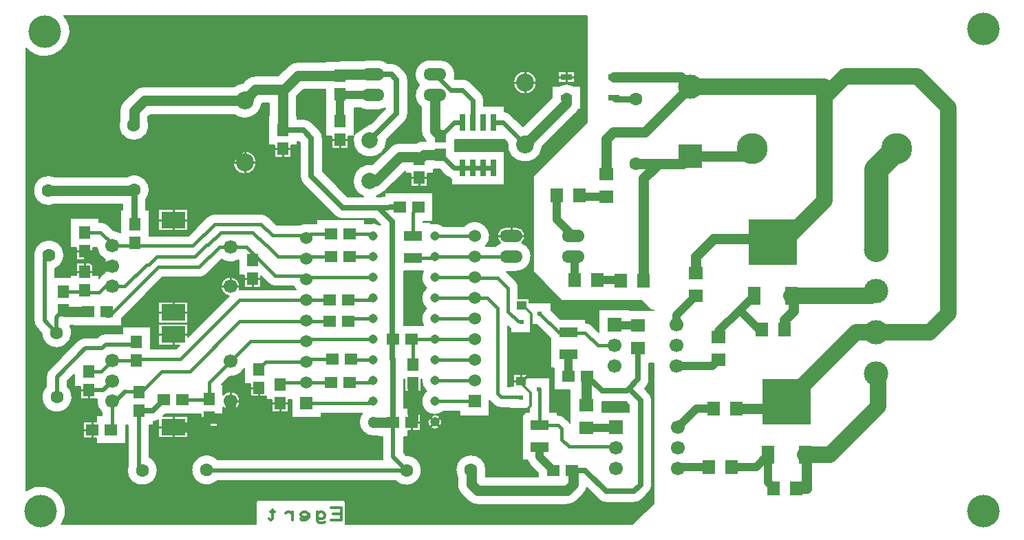
<source format=gbr>
%FSLAX35Y35*%
%MOIN*%
G04 EasyPC Gerber Version 18.0.8 Build 3632 *
%ADD104R,0.02500X0.08000*%
%ADD91R,0.05500X0.06000*%
%ADD97R,0.05900X0.09100*%
%ADD87R,0.06300X0.07090*%
%ADD108R,0.06000X0.06000*%
%ADD95R,0.06693X0.06693*%
%ADD100R,0.11811X0.11811*%
%ADD77C,0.00500*%
%ADD82C,0.01000*%
%ADD84C,0.01181*%
%ADD115C,0.01500*%
%ADD112C,0.01969*%
%ADD119C,0.02362*%
%ADD113C,0.02500*%
%ADD114C,0.03150*%
%ADD116C,0.03937*%
%ADD90C,0.04500*%
%ADD111C,0.05000*%
%ADD109C,0.06000*%
%ADD110C,0.06299*%
%ADD107C,0.06693*%
%ADD96C,0.06693*%
%ADD117C,0.07874*%
%ADD105C,0.07874*%
%ADD103C,0.08661*%
%ADD118C,0.11811*%
%ADD101C,0.11811*%
%ADD89C,0.11811*%
%ADD99C,0.15000*%
%ADD83C,0.15748*%
%ADD85O,0.11000X0.06000*%
%ADD92R,0.02362X0.02362*%
%ADD102R,0.05400X0.02900*%
%ADD93R,0.04800X0.04000*%
%ADD94R,0.08700X0.04600*%
%ADD86R,0.06000X0.05500*%
%ADD88R,0.07090X0.06300*%
%ADD106R,0.11811X0.07874*%
%ADD98R,0.23200X0.22200*%
X0Y0D02*
D02*
D77*
X163896Y191623D02*
G75*
G02X171950Y196946I7630J-2790D01*
G01*
X179081Y204077*
Y204434*
G75*
G02X175600Y203535I-3480J6288*
G01*
X170600*
G75*
G02X166891Y204567J7187*
G01*
X163896*
Y191623*
G36*
G75*
G02X171950Y196946I7630J-2790*
G01*
X179081Y204077*
Y204434*
G75*
G02X175600Y203535I-3480J6288*
G01*
X170600*
G75*
G02X166891Y204567J7187*
G01*
X163896*
Y191623*
G37*
X187986Y99313D02*
X197360D01*
G75*
G02X198968Y107376I5661J3063*
G01*
G75*
G02Y117376I4054J5000*
G01*
G75*
G02X197377Y125470I4054J5000*
G01*
X187986*
Y99313*
G36*
X197360*
G75*
G02X198968Y107376I5661J3063*
G01*
G75*
G02Y117376I4054J5000*
G01*
G75*
G02X197377Y125470I4054J5000*
G01*
X187986*
Y99313*
G37*
X238431Y98735D02*
Y69455D01*
X239415*
Y69728*
X241136*
Y75610*
X248435*
Y73728*
X258852*
Y62992*
X258746*
Y57313*
X262344*
Y55763*
X262682*
G75*
G02X266173Y54317J-4937*
G01*
X267930Y52560*
G75*
G02X268518Y51851I-3490J-3491*
G01*
Y67722*
X260626*
Y78620*
X259053*
Y92818*
X252265Y99606*
X250545*
Y95606*
X239809*
Y97341*
G75*
G02X239755Y97395I3580J3634*
G01*
X238431Y98735*
G36*
Y69455*
X239415*
Y69728*
X241136*
Y75610*
X248435*
Y73728*
X258852*
Y62992*
X258746*
Y57313*
X262344*
Y55763*
X262682*
G75*
G02X266173Y54317J-4937*
G01*
X267930Y52560*
G75*
G02X268518Y51851I-3490J-3491*
G01*
Y67722*
X260626*
Y78620*
X259053*
Y92818*
X252265Y99606*
X250545*
Y95606*
X239809*
Y97341*
G75*
G02X239755Y97395I3580J3634*
G01*
X238431Y98735*
G37*
X276644Y249325D02*
X23298D01*
G75*
G02X5128Y233468I-9253J-7736*
G01*
Y19163*
G75*
G02X22201Y2750I6949J-9858*
G01*
X116537*
G75*
G02X116535Y2809I1248J63*
G01*
Y13439*
G75*
G02X117785Y14689I1250*
G01*
X158337*
G75*
G02X159587Y13439J-1250*
G01*
Y2809*
G75*
G02X159585Y2750I-1250J4*
G01*
X298829*
X308927Y12848*
Y80719*
X306884*
Y73085*
G75*
G02X305291Y69240I-5437*
G01*
X304608Y68557*
X306472Y66693*
G75*
G02X308065Y62848I-3844J-3844*
G01*
Y21904*
G75*
G02X306472Y18059I-5437*
G01*
X303323Y14909*
G75*
G02X299478Y13317I-3844J3844*
G01*
X286093*
G75*
G02X282248Y14909J5437*
G01*
X276596Y20561*
G75*
G02X274791Y17361I-6645J1639*
G01*
X271737Y14308*
G75*
G02X266898Y12303I-4840J4840*
G01*
X223791*
G75*
G02X218952Y14308J6844*
G01*
X215898Y17361*
G75*
G02X213894Y22201I4840J4840*
G01*
Y25861*
G75*
G02X213126Y29128I6569J3267*
G01*
G75*
G02X227799I7337*
G01*
G75*
G02X227583Y27359I-7337*
G01*
Y25992*
X253146*
Y27472*
X249456Y31161*
G75*
G02X247915Y33738I4353J4352*
G01*
X245274*
Y57313*
X248872*
Y58992*
X239415*
Y59266*
X235112*
G75*
G02X231448Y60821J5094*
G01*
X229672Y62660*
G75*
G02X229500Y62847I3669J3541*
G01*
Y55189*
X215126*
Y57439*
X207152*
G75*
G02X203022Y55939I-4130J4937*
G01*
G75*
G02X198968Y67376J6437*
G01*
G75*
G02X196632Y73154I4054J5000*
G01*
X196392*
Y67091*
X188392*
Y73154*
X188211*
Y59156*
X189961*
Y56219*
X196024*
Y48219*
X189961*
Y45281*
X187945*
Y37601*
X189219Y36327*
G75*
G02X196579Y28990I23J-7337*
G01*
G75*
G02X184038Y23819I-7337*
G01*
X97573*
G75*
G02X85173Y29128I-5063J5309*
G01*
G75*
G02X97848Y34161I7337*
G01*
X177768*
G75*
G02X177602Y35459I5006J1297*
G01*
Y45281*
X175587*
Y45531*
X173179*
G75*
G02X168451Y47490J6687*
G01*
X168366Y47575*
G75*
G02X167879Y56652I4656J4801*
G01*
X148004*
Y54402*
X133630*
Y63311*
X132219*
Y57248*
X124219*
Y63311*
X121281*
Y64728*
X113589*
Y70791*
X110652*
Y78296*
G75*
G02X103473Y74330I-6645J3547*
G01*
X99742Y70598*
X100510*
Y65537*
G75*
G02X104006Y67150I3496J-2984*
G01*
G75*
G02Y57957J-4596*
G01*
G75*
G02X100510Y59569J4596*
G01*
Y56224*
X97573*
Y50161*
X89573*
Y56224*
X86636*
Y56305*
X72502*
X71339Y55142*
X83406*
Y44768*
X69094*
Y53197*
G75*
G02X66652Y52521I-2632J4757*
G01*
Y50768*
X64886*
Y35385*
G75*
G02X68626Y28990I-3596J-6394*
G01*
G75*
G02X53953I-7337*
G01*
G75*
G02X54543Y31874I7337*
G01*
Y50768*
X53291*
Y41738*
X38917*
Y44675*
X32854*
Y52675*
X38917*
Y55612*
X41785*
Y56863*
G75*
G02X39255Y63547I4937J5690*
G01*
X31305*
Y69610*
X28368*
Y75370*
X25122Y72124*
Y69628*
G75*
G02X19951Y57087I-5171J-5204*
G01*
G75*
G02X14780Y69628J7337*
G01*
Y74266*
G75*
G02X16294Y77922I5171*
G01*
X30074Y91702*
G75*
G02X33730Y93217I3657J-3657*
G01*
X39462*
X39916Y93670*
G75*
G02X43573Y95185I3657J-3657*
G01*
X51596*
Y98551*
X65470*
Y87864*
X77748*
X79435Y89551*
X69094*
Y99925*
X83406*
Y93521*
X103394Y113509*
G75*
G02X104006Y122661I612J4556*
G01*
G75*
G02X108337Y116524J-4596*
G01*
G75*
G02X108455Y116526I125J-4928*
G01*
X135594*
G75*
G02X135654Y116589I5216J-4927*
G01*
G75*
G02X134507Y118148I5163J5000*
G01*
X125856*
G75*
G02X122365Y119594J4937*
G01*
X118833Y123126*
Y117484*
X110833*
Y123547*
X107896*
Y130905*
G75*
G02X99635Y131220I-3890J6452*
G01*
X92339Y123924*
G75*
G02X88848Y122478I-3491J3491*
G01*
X71208*
X51323Y102593*
Y98825*
X27949*
Y99075*
X26298*
G75*
G02X19813Y88307I-6485J-3431*
G01*
G75*
G02X12476Y95667J7337*
G01*
X10389Y97755*
G75*
G02X8874Y101411I3657J3657*
G01*
Y131352*
G75*
G02X8880Y131607I5173J-1*
G01*
G75*
G02X16014Y140657I7133J1714*
G01*
G75*
G02X19217Y126720J-7337*
G01*
Y122567*
X26400*
Y123409*
X29337*
Y129472*
X37337*
Y123409*
X40274*
Y121983*
G75*
G02X40300Y122003I2956J-3913*
G01*
G75*
G02X43220Y124735I6423J-3939*
G01*
G75*
G02X43467Y130956I3503J2976*
G01*
G75*
G02X39233Y136933I3255J6794*
G01*
X37337*
Y130870*
X29337*
Y136933*
X26400*
Y151307*
X40274*
Y149281*
X41211*
G75*
G02X44702Y147835J-4937*
G01*
X47274Y145263*
G75*
G02X50809Y144079I-552J-7513*
G01*
Y155244*
X51591*
Y157854*
X18894*
G75*
G02X15876Y157205I-3018J6687*
G01*
G75*
G02Y171878J7337*
G01*
G75*
G02X18894Y171228J-7337*
G01*
X53786*
G75*
G02X63114Y160275I3567J-6411*
G01*
Y155244*
X64683*
Y142687*
X83752*
X92838Y151772*
G75*
G02X96329Y153219I3491J-3491*
G01*
X118770*
G75*
G02X122261Y151772J-4937*
G01*
X126326Y147707*
X137046*
G75*
G02X142809Y148494I3771J-6118*
G01*
X145665*
Y150494*
X169039*
Y148494*
X171021*
G75*
G02X176588Y147735I2001J-6118*
G01*
X173604Y150719*
X158533*
G75*
G02X154689Y152311J5437*
G01*
X139335Y167665*
G75*
G02X137742Y171510I3844J3844*
G01*
Y187762*
X137215Y188289*
X136337*
Y186539*
X133400*
Y180476*
X125400*
Y186539*
X122463*
Y200913*
X122713*
Y206724*
X119298*
G75*
G02X105826Y201280I-8402J1400*
G01*
X65133*
X64059Y200234*
Y198679*
G75*
G02X57215Y188701I-6844J-2642*
G01*
G75*
G02X50370Y198679J7337*
G01*
Y203124*
G75*
G02X52441Y208029I6844*
G01*
X57579Y213029*
G75*
G02X62352Y214969I4774J-4906*
G01*
X105826*
G75*
G02X109898Y216583I5070J-6845*
G01*
X111455Y218140*
G75*
G02X116183Y220098I4728J-4728*
G01*
X127193*
X131927Y224833*
G75*
G02X136656Y226791I4728J-4728*
G01*
X150022*
Y227291*
X156326*
G75*
G02X157577Y227409I1251J-6569*
G01*
X167967*
G75*
G02X170600Y227909I2634J-6687*
G01*
X175600*
G75*
G02X180301Y226159J-7187*
G01*
X182156*
G75*
G02X186000Y224567J-5437*
G01*
X188362Y222205*
G75*
G02X189955Y218360I-3844J-3844*
G01*
Y201825*
G75*
G02X188362Y197980I-5437*
G01*
X179639Y189257*
G75*
G02X179650Y188833I-8118J-423*
G01*
G75*
G02X163402I-8124*
G01*
G75*
G02X163661Y190870I8124J1*
G01*
X160959*
Y184807*
X152959*
Y190870*
X150022*
Y213417*
X139425*
X136087Y210079*
Y200913*
X136337*
Y199163*
X139467*
G75*
G02X143311Y197571J-5437*
G01*
X147024Y193858*
G75*
G02X148616Y190014I-3844J-3844*
G01*
Y173762*
X160785Y161593*
X168539*
G75*
G02X172841Y177165I2987J7555*
G01*
X181364Y185687*
G75*
G02X186093Y187646I4728J-4728*
G01*
X194028*
G75*
G02X197565Y188657I3537J-5675*
G01*
X198634*
X198372Y188919*
G75*
G02X196413Y193648I4728J4728*
G01*
Y204881*
G75*
G02X195438Y215722I4187J5841*
G01*
G75*
G02X200600Y227909I5163J5000*
G01*
X205600*
G75*
G02X212544Y218870J-7187*
G01*
X212804Y218610*
X216407*
G75*
G02X220203Y217038I0J-5368*
G01*
X225183Y212057*
G75*
G02X226756Y208262I-3796J-3796*
G01*
Y205657*
X236825*
Y202781*
G75*
G02X239833Y201266I-788J-5310*
G01*
X245711Y195389*
X259833Y209510*
Y215061*
X263122*
G75*
G02X270315I3596J-5638*
G01*
X273604*
Y203785*
X272615*
G75*
G02X271447Y202211I-5896J3154*
G01*
X255103Y185867*
G75*
G02X238172Y187744I-8459J998*
G01*
X236633Y189283*
X212715*
Y183657*
X236825*
Y167283*
X210951*
Y170269*
G75*
G02X208482Y171675I1327J5201*
G01*
X205373Y174783*
X202478*
Y172760*
X199541*
Y166697*
X191541*
Y172760*
X188604*
Y174014*
X179010Y164419*
G75*
G02X176765Y162939I-4728J4728*
G01*
G75*
G02X174638Y161643I-5240J6208*
G01*
G75*
G02X175732Y161620I431J-5487*
G01*
X178736Y161729*
Y163486*
X202110*
Y149612*
X197329*
Y149045*
X200927*
Y148463*
G75*
G02X207152Y147313I2094J-6086*
G01*
X217090*
G75*
G02X227565Y137470I5222J-4937*
G01*
X232228*
G75*
G02X234798Y139213I5223J-4937*
G01*
G75*
G02X237451Y146783I2653J3320*
G01*
X242451*
G75*
G02X245104Y139213J-4250*
G01*
G75*
G02X242451Y125346I-2653J-6680*
G01*
X237610*
X242057Y120900*
G75*
G02X243549Y117297I-3602J-3602*
G01*
Y112224*
X248829*
Y110343*
X259246*
Y106589*
X263640Y102195*
X276124*
Y100456*
G75*
G02X279347Y99017I-268J-4930*
G01*
X282417Y95946*
Y106917*
X297484*
Y106396*
X308927*
Y106549*
X307746*
X303022Y111274*
X264439*
X250659Y125053*
Y171510*
X276644Y197494*
Y249325*
X69094Y110654D02*
X83406D01*
Y100280*
X69094*
Y110654*
Y155437D02*
X83406D01*
Y145063*
X69094*
Y155437*
X110896Y183705D02*
G75*
G02Y172543J-5581D01*
G01*
G75*
G02Y183705J5581*
G01*
X203022Y48876D02*
G75*
G02Y55876J3500D01*
G01*
G75*
G02Y48876J-3500*
G01*
X246644Y211283D02*
G75*
G02Y222445J5581D01*
G01*
G75*
G02Y211283J-5581*
G01*
X270667Y216722D02*
X262770D01*
Y222124*
X270667*
Y216722*
X54196Y105467D02*
G36*
X51323Y102593D01*
Y98825*
X27949*
Y99075*
X26298*
G75*
G02X19813Y88307I-6485J-3431*
G01*
G75*
G02X12476Y95667J7337*
G01*
X10389Y97755*
G75*
G02X8874Y101411I3657J3657*
G01*
Y131352*
G75*
G02X8880Y131607I5173J-1*
G01*
G75*
G02X16014Y140657I7133J1714*
G01*
G75*
G02X19217Y126720J-7337*
G01*
Y122567*
X26400*
Y123409*
X29337*
Y129472*
X37337*
Y123409*
X40274*
Y121983*
G75*
G02X40300Y122003I2956J-3913*
G01*
G75*
G02X43220Y124735I6423J-3939*
G01*
G75*
G02X43467Y130956I3503J2976*
G01*
G75*
G02X39233Y136933I3255J6794*
G01*
X37337*
Y130870*
X29337*
Y136933*
X26400*
Y151307*
X40274*
Y149281*
X41211*
G75*
G02X44702Y147835J-4937*
G01*
X47274Y145263*
G75*
G02X50809Y144079I-552J-7513*
G01*
Y155244*
X51591*
Y157854*
X18894*
G75*
G02X15876Y157205I-3018J6687*
G01*
G75*
G02Y171878J7337*
G01*
G75*
G02X18894Y171228J-7337*
G01*
X53786*
G75*
G02X63114Y160275I3567J-6411*
G01*
Y155244*
X64683*
Y150250*
X69094*
Y155437*
X83406*
Y150250*
X91315*
X92838Y151772*
G75*
G02X96329Y153219I3491J-3491*
G01*
X118770*
G75*
G02X122261Y151772J-4937*
G01*
X126326Y147707*
X137046*
G75*
G02X142809Y148494I3771J-6118*
G01*
X145665*
Y150494*
X169039*
Y148494*
X171021*
G75*
G02X176588Y147735I2001J-6118*
G01*
X173604Y150719*
X158533*
G75*
G02X154689Y152311J5437*
G01*
X139335Y167665*
G75*
G02X137742Y171510I3844J3844*
G01*
Y178124*
X116476*
G75*
G02X110896Y172543I-5581*
G01*
G75*
G02X105315Y178124J5581*
G01*
X5128*
Y19163*
G75*
G02X22201Y2750I6949J-9858*
G01*
X116537*
G75*
G02X116535Y2809I1248J63*
G01*
Y13439*
G75*
G02X117785Y14689I1250*
G01*
X158337*
G75*
G02X159587Y13439J-1250*
G01*
Y2809*
G75*
G02X159585Y2750I-1250J4*
G01*
X298829*
X308927Y12848*
Y80719*
X306884*
Y73085*
G75*
G02X305291Y69240I-5437*
G01*
X304608Y68557*
X306472Y66693*
G75*
G02X308065Y62848I-3844J-3844*
G01*
Y21904*
G75*
G02X306472Y18059I-5437*
G01*
X303323Y14909*
G75*
G02X299478Y13317I-3844J3844*
G01*
X286093*
G75*
G02X282248Y14909J5437*
G01*
X276596Y20561*
G75*
G02X274791Y17361I-6645J1639*
G01*
X271737Y14308*
G75*
G02X266898Y12303I-4840J4840*
G01*
X223791*
G75*
G02X218952Y14308J6844*
G01*
X215898Y17361*
G75*
G02X213894Y22201I4840J4840*
G01*
Y25861*
G75*
G02X213126Y29128I6569J3267*
G01*
G75*
G02X227799I7337*
G01*
G75*
G02X227583Y27359I-7337*
G01*
Y25992*
X253146*
Y27472*
X249456Y31161*
G75*
G02X247915Y33738I4353J4352*
G01*
X245274*
Y52376*
X206522*
G75*
G02X203022Y48876I-3500*
G01*
G75*
G02X199522Y52376J3500*
G01*
X196024*
Y48219*
X189961*
Y45281*
X187945*
Y37601*
X189219Y36327*
G75*
G02X196579Y28990I23J-7337*
G01*
G75*
G02X184038Y23819I-7337*
G01*
X97573*
G75*
G02X85173Y29128I-5063J5309*
G01*
G75*
G02X97848Y34161I7337*
G01*
X177768*
G75*
G02X177602Y35459I5006J1297*
G01*
Y45281*
X175587*
Y45531*
X173179*
G75*
G02X168451Y47490J6687*
G01*
X168366Y47575*
G75*
G02X167879Y56652I4656J4801*
G01*
X148004*
Y54402*
X133630*
Y63311*
X132219*
Y57248*
X124219*
Y63311*
X121281*
Y64728*
X113589*
Y70791*
X110652*
Y78296*
G75*
G02X103473Y74330I-6645J3547*
G01*
X99742Y70598*
X100510*
Y65537*
G75*
G02X104006Y67150I3496J-2984*
G01*
G75*
G02Y57957J-4596*
G01*
G75*
G02X100510Y59569J4596*
G01*
Y56224*
X97573*
Y50161*
X89573*
Y56224*
X86636*
Y56305*
X72502*
X71339Y55142*
X83406*
Y44768*
X69094*
Y53197*
G75*
G02X66652Y52521I-2632J4757*
G01*
Y50768*
X64886*
Y35385*
G75*
G02X68626Y28990I-3596J-6394*
G01*
G75*
G02X53953I-7337*
G01*
G75*
G02X54543Y31874I7337*
G01*
Y50768*
X53291*
Y41738*
X38917*
Y44675*
X32854*
Y52675*
X38917*
Y55612*
X41785*
Y56863*
G75*
G02X39255Y63547I4937J5690*
G01*
X31305*
Y69610*
X28368*
Y75370*
X25122Y72124*
Y69628*
G75*
G02X19951Y57087I-5171J-5204*
G01*
G75*
G02X14780Y69628J7337*
G01*
Y74266*
G75*
G02X16294Y77922I5171*
G01*
X30074Y91702*
G75*
G02X33730Y93217I3657J-3657*
G01*
X39462*
X39916Y93670*
G75*
G02X43573Y95185I3657J-3657*
G01*
X51596*
Y98551*
X65470*
Y87864*
X77748*
X79435Y89551*
X69094*
Y99925*
X83406*
Y93521*
X95351Y105467*
X83406*
Y100280*
X69094*
Y105467*
X54196*
G37*
X69094D02*
G36*
Y110654D01*
X83406*
Y105467*
X95351*
X103394Y113509*
G75*
G02X104006Y122661I612J4556*
G01*
G75*
G02X108337Y116524J-4596*
G01*
G75*
G02X108455Y116526I125J-4928*
G01*
X135594*
G75*
G02X135654Y116589I5216J-4927*
G01*
G75*
G02X134507Y118148I5163J5000*
G01*
X125856*
G75*
G02X122365Y119594J4937*
G01*
X118833Y123126*
Y117484*
X110833*
Y123547*
X107896*
Y130905*
G75*
G02X99635Y131220I-3890J6452*
G01*
X92339Y123924*
G75*
G02X88848Y122478I-3491J3491*
G01*
X71208*
X54196Y105467*
X69094*
G37*
X64683Y150250D02*
G36*
Y142687D01*
X83752*
X91315Y150250*
X83406*
Y145063*
X69094*
Y150250*
X64683*
G37*
X105315Y178124D02*
G36*
G75*
G02X110896Y183705I5581D01*
G01*
G75*
G02X116476Y178124J-5581*
G01*
X137742*
Y187762*
X137215Y188289*
X136337*
Y186539*
X133400*
Y180476*
X125400*
Y186539*
X122463*
Y200913*
X122713*
Y206724*
X119298*
G75*
G02X105826Y201280I-8402J1400*
G01*
X65133*
X64059Y200234*
Y198679*
G75*
G02X57215Y188701I-6844J-2642*
G01*
G75*
G02X50370Y198679J7337*
G01*
Y203124*
G75*
G02X52441Y208029I6844*
G01*
X57579Y213029*
G75*
G02X62352Y214969I4774J-4906*
G01*
X105826*
G75*
G02X109898Y216583I5070J-6845*
G01*
X111455Y218140*
G75*
G02X116183Y220098I4728J-4728*
G01*
X127193*
X131927Y224833*
G75*
G02X136656Y226791I4728J-4728*
G01*
X150022*
Y227291*
X156326*
G75*
G02X157577Y227409I1251J-6569*
G01*
X167967*
G75*
G02X170600Y227909I2634J-6687*
G01*
X175600*
G75*
G02X180301Y226159J-7187*
G01*
X182156*
G75*
G02X186000Y224567J-5437*
G01*
X188362Y222205*
G75*
G02X189955Y218360I-3844J-3844*
G01*
Y201825*
G75*
G02X188362Y197980I-5437*
G01*
X179639Y189257*
G75*
G02X179650Y188833I-8118J-423*
G01*
G75*
G02X163402I-8124*
G01*
G75*
G02X163661Y190870I8124J1*
G01*
X160959*
Y184807*
X152959*
Y190870*
X150022*
Y213417*
X139425*
X136087Y210079*
Y200913*
X136337*
Y199163*
X139467*
G75*
G02X143311Y197571J-5437*
G01*
X147024Y193858*
G75*
G02X148616Y190014I-3844J-3844*
G01*
Y173762*
X160785Y161593*
X168539*
G75*
G02X172841Y177165I2987J7555*
G01*
X181364Y185687*
G75*
G02X186093Y187646I4728J-4728*
G01*
X194028*
G75*
G02X197565Y188657I3537J-5675*
G01*
X198634*
X198372Y188919*
G75*
G02X196413Y193648I4728J4728*
G01*
Y204881*
G75*
G02X195438Y215722I4187J5841*
G01*
G75*
G02X200600Y227909I5163J5000*
G01*
X205600*
G75*
G02X212544Y218870J-7187*
G01*
X212804Y218610*
X216407*
G75*
G02X220203Y217038I0J-5368*
G01*
X220377Y216864*
X241063*
G75*
G02X246644Y222445I5581*
G01*
G75*
G02X252224Y216864J-5581*
G01*
X262770*
Y222124*
X270667*
Y216864*
X276644*
Y249325*
X23298*
G75*
G02X5128Y233468I-9253J-7736*
G01*
Y178124*
X105315*
G37*
X199522Y52376D02*
G36*
G75*
G02X203022Y55876I3500D01*
G01*
G75*
G02X206522Y52376J-3500*
G01*
X245274*
Y57313*
X248872*
Y58992*
X239415*
Y59266*
X235112*
G75*
G02X231448Y60821J5094*
G01*
X229672Y62660*
G75*
G02X229500Y62847I3669J3541*
G01*
Y55189*
X215126*
Y57439*
X207152*
G75*
G02X203022Y55939I-4130J4937*
G01*
G75*
G02X198968Y67376J6437*
G01*
G75*
G02X196632Y73154I4054J5000*
G01*
X196392*
Y67091*
X188392*
Y73154*
X188211*
Y59156*
X189961*
Y56219*
X196024*
Y52376*
X199522*
G37*
X220377Y216864D02*
G36*
X225183Y212057D01*
G75*
G02X226756Y208262I-3796J-3796*
G01*
Y205657*
X236825*
Y202781*
G75*
G02X239833Y201266I-788J-5310*
G01*
X245711Y195389*
X259833Y209510*
Y215061*
X263122*
G75*
G02X270315I3596J-5638*
G01*
X273604*
Y203785*
X272615*
G75*
G02X271447Y202211I-5896J3154*
G01*
X255103Y185867*
G75*
G02X238172Y187744I-8459J998*
G01*
X236633Y189283*
X212715*
Y183657*
X236825*
Y167283*
X210951*
Y170269*
G75*
G02X208482Y171675I1327J5201*
G01*
X205373Y174783*
X202478*
Y172760*
X199541*
Y166697*
X191541*
Y172760*
X188604*
Y174014*
X179010Y164419*
G75*
G02X176765Y162939I-4728J4728*
G01*
G75*
G02X174638Y161643I-5240J6208*
G01*
G75*
G02X175732Y161620I431J-5487*
G01*
X178736Y161729*
Y163486*
X202110*
Y149612*
X197329*
Y149045*
X200927*
Y148463*
G75*
G02X207152Y147313I2094J-6086*
G01*
X217090*
G75*
G02X227565Y137470I5222J-4937*
G01*
X232228*
G75*
G02X234798Y139213I5223J-4937*
G01*
G75*
G02X237451Y146783I2653J3320*
G01*
X242451*
G75*
G02X245104Y139213J-4250*
G01*
G75*
G02X242451Y125346I-2653J-6680*
G01*
X237610*
X242057Y120900*
G75*
G02X243549Y117297I-3602J-3602*
G01*
Y112224*
X248829*
Y110343*
X259246*
Y106589*
X263640Y102195*
X276124*
Y100456*
G75*
G02X279347Y99017I-268J-4930*
G01*
X282417Y95946*
Y106917*
X297484*
Y106396*
X308927*
Y106549*
X307746*
X303022Y111274*
X264439*
X250659Y125053*
Y171510*
X276644Y197494*
Y216864*
X270667*
Y216722*
X262770*
Y216864*
X252224*
G75*
G02X246644Y211283I-5581*
G01*
G75*
G02X241063Y216864J5581*
G01*
X220377*
G37*
X283982Y57311D02*
X297191D01*
Y60596*
X295652Y62136*
X283982*
Y57311*
G36*
X297191*
Y60596*
X295652Y62136*
X283982*
Y57311*
G37*
D02*
D82*
X31087Y125222D02*
X29087D01*
X31087Y135120D02*
X29087D01*
X33055Y67797D02*
X31055D01*
X33337Y127722D02*
Y129722D01*
Y132620D02*
Y130620D01*
X34604Y48675D02*
X32604D01*
X35305Y65297D02*
Y63297D01*
X35587Y125222D02*
X37587D01*
X35587Y135120D02*
X37587D01*
X37104Y46425D02*
Y44425D01*
Y50925D02*
Y52925D01*
X70844Y49955D02*
X68844D01*
X70844Y94738D02*
X68844D01*
X70844Y105467D02*
X68844D01*
X70844Y150250D02*
X68844D01*
X76250Y46518D02*
Y44518D01*
Y53392D02*
Y55392D01*
Y91301D02*
Y89301D01*
Y108904D02*
Y110904D01*
Y146813D02*
Y144813D01*
Y153687D02*
Y155687D01*
X81656Y49955D02*
X83656D01*
X81656Y94738D02*
X83656D01*
X81656Y105467D02*
X83656D01*
X81656Y150250D02*
X83656D01*
X91323Y54411D02*
X89323D01*
X93573Y51911D02*
Y49911D01*
X95823Y54411D02*
X97823D01*
X101159Y118065D02*
X99159D01*
X104006Y59707D02*
Y57707D01*
Y65400D02*
Y67400D01*
Y120911D02*
Y122911D01*
X106852Y62553D02*
X108852D01*
X106852Y118065D02*
X108852D01*
X107065Y178124D02*
X105065D01*
X110896Y174293D02*
Y172293D01*
Y181955D02*
Y183955D01*
X112583Y121734D02*
X110583D01*
X114726Y178124D02*
X116726D01*
X114833Y119234D02*
Y117234D01*
X115339Y68978D02*
X113339D01*
X117083Y121734D02*
X119083D01*
X117589Y66478D02*
Y64478D01*
X125969Y61498D02*
X123969D01*
X127150Y184726D02*
X125150D01*
X128219Y58998D02*
Y56998D01*
X129400Y182226D02*
Y180226D01*
X130469Y61498D02*
X132469D01*
X131650Y184726D02*
X133650D01*
X154709Y189057D02*
X152709D01*
X156959Y186557D02*
Y184557D01*
X159209Y189057D02*
X161209D01*
X191774Y49969D02*
Y47969D01*
Y54469D02*
Y56469D01*
X193291Y170947D02*
X191291D01*
X194274Y52219D02*
X196274D01*
X195541Y168447D02*
Y166447D01*
X197791Y170947D02*
X199791D01*
X201784Y51139D02*
X200370Y49724D01*
X201784Y53613D02*
X200370Y55028D01*
X204259Y51139D02*
X205673Y49724D01*
X204259Y53613D02*
X205673Y55028D01*
X234951Y142533D02*
X232951D01*
X239951Y145033D02*
Y147033D01*
X242813Y216864D02*
X240813D01*
X242885Y72360D02*
X240885D01*
X244785Y73860D02*
Y75860D01*
X244951Y142533D02*
X246951D01*
X246644Y213033D02*
Y211033D01*
Y220695D02*
Y222695D01*
X250474Y216864D02*
X252474D01*
X264519Y219423D02*
X262519D01*
X266719Y218473D02*
Y216473D01*
Y220373D02*
Y222373D01*
X268919Y219423D02*
X270919D01*
D02*
D83*
X12077Y9305D03*
X14045Y241589D03*
X468770Y9305D03*
Y242770D03*
D02*
D84*
X157746Y4876D02*
Y10781D01*
X152825*
X153809Y7829D02*
X157746D01*
Y4876D02*
X152825D01*
X145935Y7337D02*
X146427Y8321D01*
X147411Y8813*
X148396*
X149380Y8321*
X149872Y7337*
Y6844*
X149380Y5860*
X148396Y5368*
X147411*
X146427Y5860*
X145935Y6844*
Y8813D02*
Y4876D01*
X146427Y3892*
X147411Y3400*
X148888*
X149872Y3892*
X138061Y5368D02*
X138553Y4876D01*
X139537*
X140522*
X141506Y5368*
X141998Y6352*
Y7829*
X141506Y8321*
X140522Y8813*
X139537*
X138553Y8321*
X138061Y7829*
Y7337*
X138553Y6844*
X139537Y6352*
X140522*
X141506Y6844*
X141998Y7337*
X134124Y4876D02*
Y8813D01*
Y7337D02*
X133632Y8321D01*
X132648Y8813*
X131663*
X130679Y8321*
X125266Y8813D02*
X123297D01*
X124281Y9797D02*
Y5368D01*
X123789Y4876*
X123297*
X122805Y5368*
X244785Y72360D02*
Y71085D01*
X249478Y66392*
Y60093*
X237667Y48281*
X207116*
X203022Y52376*
X245178Y108974D02*
X245872D01*
X249872Y104974*
Y76660*
X245572Y72360*
X244785*
D02*
D85*
X173100Y210722D03*
Y220722D03*
X203100Y210722D03*
Y220722D03*
X239951Y132533D03*
Y142533D03*
X269951Y132533D03*
Y142533D03*
D02*
D86*
X35136Y105762D03*
X37104Y48675D03*
X44136Y105762D03*
X46104Y48675D03*
X71750Y63242D03*
X80750D03*
X152065Y101037D03*
Y111667D03*
X152852Y71510D03*
Y132533D03*
Y143557D03*
X153246Y82927D03*
X161065Y101037D03*
Y111667D03*
X161852Y71510D03*
Y132533D03*
Y143557D03*
X162246Y82927D03*
X182774Y52219D03*
Y92376D03*
X185923Y156549D03*
X191774Y52219D03*
Y92376D03*
X194923Y156549D03*
X260333Y28990D03*
X267813Y74659D03*
X269333Y28990D03*
X276813Y74659D03*
D02*
D87*
X262089Y162061D03*
X270750Y121116D03*
X273089Y162061D03*
X281750Y121116D03*
X293191Y120722D03*
X304191D03*
X335711Y30565D03*
X338073Y58911D03*
X346711Y30565D03*
X349073Y58911D03*
X361301Y97100D03*
X367207Y20329D03*
X372301Y97100D03*
X378207Y20329D03*
D02*
D88*
X276250Y49474D03*
Y60474D03*
X286093Y161679D03*
Y172679D03*
X301447Y88057D03*
Y99057D03*
X329400Y113648D03*
Y124648D03*
X340423Y82545D03*
Y93545D03*
D02*
D89*
X416644Y75817D03*
Y95817D03*
Y115817D03*
Y135817D03*
D02*
D90*
X173022Y52376D03*
Y62376D03*
Y72376D03*
Y82376D03*
Y92376D03*
Y102376D03*
Y112376D03*
Y122376D03*
Y132376D03*
Y142376D03*
X203022Y52376D03*
Y62376D03*
Y72376D03*
Y82376D03*
Y92376D03*
Y102376D03*
Y112376D03*
Y122376D03*
Y132376D03*
Y142376D03*
D02*
D91*
X23100Y106380D03*
Y115380D03*
X33337Y116222D03*
Y125222D03*
Y135120D03*
Y144120D03*
X35305Y67797D03*
Y76797D03*
X57746Y139057D03*
Y148057D03*
X58533Y82364D03*
Y91364D03*
X59715Y57955D03*
Y66955D03*
X93573Y54411D03*
Y63411D03*
X114833Y121734D03*
Y130734D03*
X117589Y68978D03*
Y77978D03*
X128219Y61498D03*
Y70498D03*
X129400Y184726D03*
Y193726D03*
X156959Y189057D03*
Y198057D03*
Y211104D03*
Y220104D03*
X192392Y71341D03*
Y80341D03*
X195541Y170947D03*
Y179947D03*
X205778Y181970D03*
Y190970D03*
D02*
D92*
X244785Y64360D03*
X245178Y100974D03*
X253485Y68360D03*
X253878Y104974D03*
D02*
D93*
X244785Y72360D03*
X245178Y108974D03*
D02*
D94*
X192392Y131958D03*
Y142558D03*
X253809Y40226D03*
Y50826D03*
X267589Y85107D03*
Y95707D03*
D02*
D95*
X289951Y99384D03*
X290738Y49778D03*
D02*
D96*
X289951Y79384D03*
Y89384D03*
X290738Y29778D03*
Y39778D03*
X319951Y79384D03*
Y89384D03*
Y99384D03*
X320738Y29778D03*
Y39778D03*
Y49778D03*
D02*
D97*
X357648Y113692D03*
X364498Y36487D03*
X375640Y113692D03*
X382490Y36487D03*
D02*
D98*
X366644Y139392D03*
X373494Y62187D03*
D02*
D99*
X356644Y184817D03*
X426644D03*
D02*
D100*
X326644Y181352D03*
D02*
D101*
Y214817D03*
D02*
D102*
X266719Y209423D03*
Y219423D03*
X289719Y209423D03*
Y219423D03*
D02*
D103*
X110896Y178124D03*
Y208124D03*
X246644Y186864D03*
Y216864D03*
D02*
D104*
X216388Y175470D03*
Y197470D03*
X221388Y175470D03*
Y197470D03*
X226388Y175470D03*
Y197470D03*
X231388Y175470D03*
Y197470D03*
D02*
D105*
X171526Y169148D03*
Y188833D03*
D02*
D106*
X76250Y49955D03*
Y94738D03*
Y105467D03*
Y150250D03*
D02*
D107*
X46722Y62553D03*
Y72199D03*
Y82238D03*
Y118065D03*
Y127711D03*
Y137750D03*
X104006Y62553D03*
Y81844D03*
Y118065D03*
Y137356D03*
D02*
D108*
X140817Y61589D03*
X222313Y62376D03*
D02*
D109*
X140817Y71589D03*
Y81589D03*
Y91589D03*
Y101589D03*
Y111589D03*
Y121589D03*
Y131589D03*
Y141589D03*
X222313Y72376D03*
Y82376D03*
Y92376D03*
Y102376D03*
Y112376D03*
Y122376D03*
Y132376D03*
Y142376D03*
D02*
D110*
X15876Y164541D03*
X16014Y133321D03*
X19813Y95644D03*
X19951Y64423D03*
X57215Y196037D03*
X57352Y164817D03*
X61289Y28990D03*
X92510Y29128D03*
X189242Y28990D03*
X220463Y29128D03*
X300266Y208911D03*
X300404Y177691D03*
D02*
D111*
X15876Y164541D02*
X57077D01*
X57352Y164817*
X35136Y105762D02*
X23719D01*
X23100Y106380*
X46722Y127711D02*
X40746D01*
X33337Y135120*
X57215Y196037D02*
X57352Y196313D01*
Y203124*
X62352Y208124*
X110896*
X76250Y49955D02*
X89116D01*
X93573Y54411*
X92510Y29128D02*
X92785Y28990D01*
X104006Y62553D02*
Y57533D01*
X100659Y54187*
X93797*
X93573Y54411*
X129400Y193726D02*
Y212848D01*
Y213411*
X116183*
X110896Y208124*
X156959Y220104D02*
X136656D01*
X129400Y212848*
X171526Y169148D02*
X174281D01*
X186093Y180959*
X194530*
X195541Y179947*
X173100Y220722D02*
X157577D01*
X156959Y220104*
X182774Y52219D02*
X173179D01*
X173022Y52376*
X192392Y71341D02*
Y52837D01*
X191774Y52219*
X203100Y210722D02*
Y193648D01*
X205778Y190970*
Y181970D02*
X197565D01*
X195541Y179947*
X266719Y209423D02*
Y206939D01*
X246644Y186864*
X269333Y28990D02*
X269951D01*
Y22201*
X266898Y19148*
X223791*
X220738Y22201*
Y28990*
X220463Y29128*
X276250Y60474D02*
Y74096D01*
X276813Y74659*
X286093Y172679D02*
Y189620D01*
X289242Y192770*
X304596*
X326644Y214817*
X289719Y219423D02*
X322037D01*
X326644Y214817*
X300404Y177691D02*
X311289D01*
X304191Y120722D02*
Y170593D01*
X311289Y177691*
X322982*
X326644Y181352*
X353179*
X356644Y184817*
X329400Y124648D02*
Y132533D01*
X338061Y141195*
X364841*
X366644Y139392*
X349073Y58911D02*
X370218D01*
X373494Y62187*
X372301Y97100D02*
Y101813D01*
X376644Y106156*
Y112688*
X375640Y113692*
X378207Y20329D02*
X382943D01*
Y36034*
X382490Y36487*
D02*
D112*
X16014Y133321D02*
X14045Y131352D01*
Y101411*
X19813Y95644*
Y103093*
X23100Y106380*
X19951Y64423D02*
Y74266D01*
X33730Y88045*
X41604*
X43573Y90014*
X57183*
X58533Y91364*
X35305Y67797D02*
X42321D01*
X46722Y72199*
X48396Y62553D02*
X53022Y67179D01*
X59715Y57955D02*
Y30565D01*
X61289Y28990*
X92785D02*
X189242D01*
X182774Y52219D02*
Y35459D01*
X189242Y28990*
D02*
D113*
X59715Y57955D02*
X66463D01*
X71750Y63242*
X129400Y193726D02*
X139467D01*
X143179Y190014*
Y171510*
X158533Y156156*
X175069*
X173100Y220722D02*
X182156D01*
X184518Y218360*
Y201825*
X171526Y188833*
X175069Y156156D02*
X175856D01*
X182549Y149463*
Y82927*
X182774Y82703*
Y52219*
X185923Y156549D02*
X175069Y156156D01*
X269333Y28990D02*
X275856D01*
X286093Y18754*
X299478*
X302628Y21904*
Y62848*
X296919Y68557*
X295935Y67573*
X283900*
X276813Y74659*
X301447Y88057D02*
Y73085D01*
X296919Y68557*
D02*
D114*
X57746Y148057D02*
X57352Y147100D01*
Y164817*
X300266Y208911D02*
X290230D01*
X289719Y209423*
D02*
D115*
X23100Y115380D02*
X32494D01*
X33337Y116222*
X35305Y76797D02*
X41281D01*
X46722Y82238*
Y62553D02*
Y49293D01*
X46104Y48675*
X46722Y62553D02*
X48396D01*
X46722Y118065D02*
X52726D01*
X63258Y128596*
X64439*
X68376Y132533*
X86880*
X92392Y138045*
X93179*
X99478Y144344*
X114833*
X121132Y138045*
X121526*
X127037Y132533*
X139872*
X140817Y131589*
X46722Y118065D02*
X43278D01*
X40423Y115211*
X34348*
X33337Y116222*
X46722Y137750D02*
Y138833D01*
X41211Y144344*
X33561*
X33337Y144120*
X46722Y137750D02*
X85797D01*
X96329Y148281*
X118770*
X124281Y142770*
X139636*
X140817Y141589*
X53022Y67179D02*
X59490D01*
X59715Y66955*
X58533Y82364D02*
X46848D01*
X46722Y82238*
X59715Y66955D02*
X60671D01*
X70738Y77022*
X84518*
X108533Y101037*
X140266*
X140817Y101589*
X80750Y63242D02*
X93404D01*
X93573Y63411*
Y71411*
X104006Y81844*
Y137356D02*
X98789D01*
X88848Y127415*
X69163*
X45541Y103793*
X44136*
Y105762*
X104006Y137356D02*
X111585D01*
X125856Y123085*
X139321*
X140817Y121589*
Y61589D02*
X172234D01*
X173022Y62376*
X140817Y71589D02*
X129309D01*
X128219Y70498*
X140817Y81589D02*
X121199D01*
X117589Y77978*
X140817Y91589D02*
X113750D01*
X104006Y81844*
X140817Y111589D02*
X108455D01*
X79793Y82927*
X59096*
X58533Y82364*
X152065Y101037D02*
X141368D01*
X140817Y101589*
X152065Y111667D02*
X140896D01*
X140817Y111589*
X152852Y71510D02*
X140896D01*
X140817Y71589*
X152852Y132533D02*
X141762D01*
X140817Y131589*
X152852Y143557D02*
X142785D01*
X140817Y141589*
X153246Y82927D02*
X142156D01*
X140817Y81589*
X161065Y111667D02*
X172313D01*
X173022Y112376*
X161852Y71510D02*
X172156D01*
X173022Y72376*
X161852Y143557D02*
X171841D01*
X173022Y142376*
Y82376D02*
X162797D01*
X162246Y82927*
X173022Y92376D02*
X141604D01*
X140817Y91589*
X173022Y102376D02*
X162404D01*
X161065Y101037*
X173022Y122376D02*
X141604D01*
X140817Y121589*
X173022Y132376D02*
X162010D01*
X161852Y132533*
X192392Y80341D02*
Y91758D01*
X191774Y92376*
X192392Y131958D02*
X202604D01*
X203022Y132376*
X192392Y142558D02*
Y154018D01*
X194923Y156549*
X203022Y72376D02*
X222313D01*
X203022Y82376D02*
X222313D01*
X203022Y92376D02*
X191774D01*
X203022D02*
X222313D01*
X203022Y142376D02*
X222313D01*
Y62376D02*
X203022D01*
X222313Y102376D02*
X203022D01*
X222313Y112376D02*
X203022D01*
X222313Y122376D02*
X203022D01*
X222313Y132376D02*
X203022D01*
X239951Y132533D02*
X222470D01*
X222313Y132376*
X244785Y64360D02*
X244754Y64423D01*
X235112*
X233337Y66199*
Y107455*
X228337Y112455*
X222313*
Y112376*
X245178Y100974D02*
X245148Y101037D01*
X243380*
X238455Y105963*
Y117297*
X233455Y122297*
X222313*
Y122376*
X253809Y50826D02*
X262682D01*
X264439Y49069*
Y43951*
X267982Y40407*
X290108*
X290738Y39778*
X253809Y50826D02*
Y68036D01*
X253485Y68360*
X267589Y95707D02*
X263145D01*
X253878Y104974*
X289951Y89384D02*
X281998D01*
X275856Y95526*
X267770*
X267589Y95707*
D02*
D116*
X156959Y198057D02*
Y211104D01*
X173100Y210722D02*
X157341D01*
X156959Y211104*
X253809Y40226D02*
Y35514D01*
X260333Y28990*
X262089Y162061D02*
Y150396D01*
X269951Y142533*
X267589Y85107D02*
Y74884D01*
X267813Y74659*
X270750Y121116D02*
Y131734D01*
X269951Y132533*
X276250Y49474D02*
X290435D01*
X290738Y49778*
X281750Y121116D02*
X292797D01*
X293191Y120722*
X286093Y161679D02*
X273470D01*
X273089Y162061*
X301447Y99057D02*
X290278D01*
X289951Y99384*
X319951Y79384D02*
X337262D01*
X340423Y82545*
X319951Y99384D02*
Y104199D01*
X329400Y113648*
X335711Y30565D02*
X321526D01*
X320738Y29778*
X338073Y58911D02*
X329872D01*
X320738Y49778*
X340423Y93545D02*
Y96467D01*
X350582Y106626*
X346711Y30565D02*
X358576D01*
X364498Y36487*
X350582Y106626D02*
X357648Y113692D01*
X361301Y97100D02*
X360108D01*
X350582Y106626*
X364498Y36487D02*
Y23037D01*
X367207Y20329*
D02*
D117*
X326644Y214817D02*
X391644D01*
X394144Y212317*
X375640Y113692D02*
X414519D01*
X416644Y115817*
X382490Y36487D02*
X394377D01*
X417589Y59699*
Y74872*
X416644Y75817*
X394144Y212317D02*
X391644Y209817D01*
Y159392*
X371644Y139392*
X366644*
X416644Y95817D02*
X407124D01*
X373494Y62187*
X416644Y95817D02*
X442644D01*
X451644Y104817*
Y204817*
X436644Y219817*
X401644*
X394144Y212317*
D02*
D118*
X416644Y135817D02*
Y174817D01*
X426644Y184817*
D02*
D119*
X216388Y175470D02*
X212278D01*
X205778Y181970*
X216388Y197470D02*
X212278D01*
X205778Y190970*
X221388Y197470D02*
Y208262D01*
X216407Y213242*
X210581*
X203100Y220722*
X231388Y175470D02*
X216388D01*
X231388Y197470D02*
X236037D01*
X246644Y186864*
X0Y0D02*
M02*

</source>
